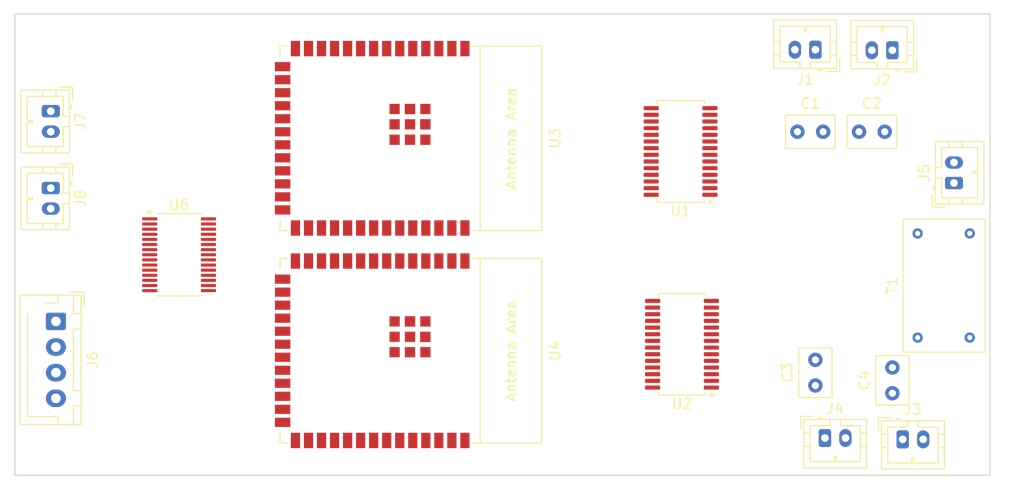
<source format=kicad_pcb>
(kicad_pcb (version 20240108) (generator "pcbnew") (generator_version "8.0")
  (layers (0 "F.Cu" signal) (1 "In1.Cu" signal) (2 "In2.Cu" signal) (31 "B.Cu" signal) (34 "B.Paste" user) (35 "F.Paste" user) (36 "B.SilkS" user "B.Silkscreen") (37 "F.SilkS" user "F.Silkscreen") (38 "B.Mask" user) (39 "F.Mask" user) (44 "Edge.Cuts" user))
  (net 0 "")
  (net 127 "RIGHT_TWEETER")
  (net 128 "AGND")
  (net 129 "LW_OUT")
  (net 130 "LT_OUT")
  (net 131 "RW_OUT")
  (net 132 "RT_OUT")
  (net 133 "SUB_POS")
  (net 134 "SUB_NEG")
  (net 135 "SUBWOOFER")
  (net 136 "GND")
  (net 137 "3V3")
  (net 138 "5V")
  (net 139 "AUDIOGND")
  (net 140 "LEFT")
  (net 141 "RIGHT")
  (net 142 "Net-(U1-OUTL)")
  (net 143 "Net-(U1-OUTR)")
  (net 144 "Net-(U2-OUTL)")
  (net 145 "Net-(U2-OUTR)")
  (footprint "Connector_JST:JST_PH_B2B-PH-K_1x02_P2.00mm_Vertical" (layer "F.Cu") (at 144.9364 66.715 180)
    (property "Reference" "J2" (at 1 -2.9 360) (layer "F.SilkS"))
    (property "Value" "Conn_01x02_Pin")
    (fp_line (start 4.06 2.91) (end 4.06 -1.81) (stroke (width 0.12)) (layer "F.SilkS"))
    (fp_line (start 4.06 0.8) (end 3.45 0.8) (stroke (width 0.12)) (layer "F.SilkS"))
    (fp_line (start 4.06 -0.5) (end 3.45 -0.5) (stroke (width 0.12)) (layer "F.SilkS"))
    (fp_line (start 4.06 -1.81) (end -2.06 -1.81) (stroke (width 0.12)) (layer "F.SilkS"))
    (fp_line (start 3.45 2.3) (end 3.45 -1.2) (stroke (width 0.12)) (layer "F.SilkS"))
    (fp_line (start 3.45 -1.2) (end 1.5 -1.2) (stroke (width 0.12)) (layer "F.SilkS"))
    (fp_line (start 1.5 -1.2) (end 1.5 -1.81) (stroke (width 0.12)) (layer "F.SilkS"))
    (fp_line (start 1.1 1.8) (end 1.1 2.3) (stroke (width 0.12)) (layer "F.SilkS"))
    (fp_line (start 1 2.3) (end 1 1.8) (stroke (width 0.12)) (layer "F.SilkS"))
    (fp_line (start 0.9 2.3) (end 0.9 1.8) (stroke (width 0.12)) (layer "F.SilkS"))
    (fp_line (start 0.9 1.8) (end 1.1 1.8) (stroke (width 0.12)) (layer "F.SilkS"))
    (fp_line (start 0.5 -1.2) (end -1.45 -1.2) (stroke (width 0.12)) (layer "F.SilkS"))
    (fp_line (start 0.5 -1.81) (end 0.5 -1.2) (stroke (width 0.12)) (layer "F.SilkS"))
    (fp_line (start -0.3 -1.81) (end -0.3 -2.01) (stroke (width 0.12)) (layer "F.SilkS"))
    (fp_line (start -0.3 -1.91) (end -0.6 -1.91) (stroke (width 0.12)) (layer "F.SilkS"))
    (fp_line (start -0.3 -2.01) (end -0.6 -2.01) (stroke (width 0.12)) (layer "F.SilkS"))
    (fp_line (start -0.6 -2.01) (end -0.6 -1.81) (stroke (width 0.12)) (layer "F.SilkS"))
    (fp_line (start -1.11 -2.11) (end -2.36 -2.11) (stroke (width 0.12)) (layer "F.SilkS"))
    (fp_line (start -1.45 2.3) (end 3.45 2.3) (stroke (width 0.12)) (layer "F.SilkS"))
    (fp_line (start -1.45 -1.2) (end -1.45 2.3) (stroke (width 0.12)) (layer "F.SilkS"))
    (fp_line (start -2.06 2.91) (end 4.06 2.91) (stroke (width 0.12)) (layer "F.SilkS"))
    (fp_line (start -2.06 0.8) (end -1.45 0.8) (stroke (width 0.12)) (layer "F.SilkS"))
    (fp_line (start -2.06 -0.5) (end -1.45 -0.5) (stroke (width 0.12)) (layer "F.SilkS"))
    (fp_line (start -2.06 -1.81) (end -2.06 2.91) (stroke (width 0.12)) (layer "F.SilkS"))
    (fp_line (start -2.36 -2.11) (end -2.36 -0.86) (stroke (width 0.12)) (layer "F.SilkS"))
    (pad "1" thru_hole roundrect (at 0 0 180) (size 1.2 1.75) (drill 0.75) (layers "*.Cu" "*.Mask") (roundrect_rratio 0.208333) (net 128 "AGND"))
    (pad "2" thru_hole oval (at 2 0 180) (size 1.2 1.75) (drill 0.75) (layers "*.Cu" "*.Mask") (net 130 "LT_OUT"))
  )
  (footprint "Package_SO:TSSOP-28_4.4x9.7mm_P0.65mm" (layer "F.Cu") (at 124.4364 95.39 180)
    (property "Reference" "U2" (at 0 -5.8 360) (layer "F.SilkS"))
    (property "Value" "PCM5122PW")
    (fp_line (start 2.31 4.96) (end 2.31 4.685) (stroke (width 0.12)) (layer "F.SilkS"))
    (fp_line (start 2.31 -4.96) (end 2.31 -4.685) (stroke (width 0.12)) (layer "F.SilkS"))
    (fp_line (start 0 4.96) (end 2.31 4.96) (stroke (width 0.12)) (layer "F.SilkS"))
    (fp_line (start 0 4.96) (end -2.31 4.96) (stroke (width 0.12)) (layer "F.SilkS"))
    (fp_line (start 0 -4.96) (end 2.31 -4.96) (stroke (width 0.12)) (layer "F.SilkS"))
    (fp_line (start 0 -4.96) (end -2.31 -4.96) (stroke (width 0.12)) (layer "F.SilkS"))
    (fp_line (start -2.31 4.96) (end -2.31 4.685) (stroke (width 0.12)) (layer "F.SilkS"))
    (fp_line (start -2.31 -4.96) (end -2.31 -4.685) (stroke (width 0.12)) (layer "F.SilkS"))
    (fp_poly (pts (xy -2.9 -4.685) (xy -3.14 -5.015) (xy -2.66 -5.015) (xy -2.9 -4.685)) (stroke (width 0.12)) (fill solid) (layer "F.SilkS"))
    (pad "1" smd roundrect (at -2.8625 -4.225 180) (size 1.475 0.4) (layers "F.Cu" "F.Paste" "F.Mask"))
    (pad "2" smd roundrect (at -2.8625 -3.575 180) (size 1.475 0.4) (layers "F.Cu" "F.Paste" "F.Mask"))
    (pad "3" smd roundrect (at -2.8625 -2.925 180) (size 1.475 0.4) (layers "F.Cu" "F.Paste" "F.Mask"))
    (pad "4" smd roundrect (at -2.8625 -2.275 180) (size 1.475 0.4) (layers "F.Cu" "F.Paste" "F.Mask"))
    (pad "5" smd roundrect (at -2.8625 -1.625 180) (size 1.475 0.4) (layers "F.Cu" "F.Paste" "F.Mask"))
    (pad "6" smd roundrect (at -2.8625 -0.975 180) (size 1.475 0.4) (layers "F.Cu" "F.Paste" "F.Mask") (net 144 "Net-(U2-OUTL)"))
    (pad "7" smd roundrect (at -2.8625 -0.325 180) (size 1.475 0.4) (layers "F.Cu" "F.Paste" "F.Mask") (net 145 "Net-(U2-OUTR)"))
    (pad "8" smd roundrect (at -2.8625 0.325 180) (size 1.475 0.4) (layers "F.Cu" "F.Paste" "F.Mask"))
    (pad "9" smd roundrect (at -2.8625 0.975 180) (size 1.475 0.4) (layers "F.Cu" "F.Paste" "F.Mask"))
    (pad "10" smd roundrect (at -2.8625 1.625 180) (size 1.475 0.4) (layers "F.Cu" "F.Paste" "F.Mask"))
    (pad "11" smd roundrect (at -2.8625 2.275 180) (size 1.475 0.4) (layers "F.Cu" "F.Paste" "F.Mask"))
    (pad "12" smd roundrect (at -2.8625 2.925 180) (size 1.475 0.4) (layers "F.Cu" "F.Paste" "F.Mask"))
    (pad "13" smd roundrect (at -2.8625 3.575 180) (size 1.475 0.4) (layers "F.Cu" "F.Paste" "F.Mask"))
    (pad "14" smd roundrect (at -2.8625 4.225 180) (size 1.475 0.4) (layers "F.Cu" "F.Paste" "F.Mask"))
    (pad "15" smd roundrect (at 2.8625 4.225 180) (size 1.475 0.4) (layers "F.Cu" "F.Paste" "F.Mask"))
    (pad "16" smd roundrect (at 2.8625 3.575 180) (size 1.475 0.4) (layers "F.Cu" "F.Paste" "F.Mask"))
    (pad "17" smd roundrect (at 2.8625 2.925 180) (size 1.475 0.4) (layers "F.Cu" "F.Paste" "F.Mask"))
    (pad "18" smd roundrect (at 2.8625 2.275 180) (size 1.475 0.4) (layers "F.Cu" "F.Paste" "F.Mask"))
    (pad "19" smd roundrect (at 2.8625 1.625 180) (size 1.475 0.4) (layers "F.Cu" "F.Paste" "F.Mask"))
    (pad "20" smd roundrect (at 2.8625 0.975 180) (size 1.475 0.4) (layers "F.Cu" "F.Paste" "F.Mask"))
    (pad "21" smd roundrect (at 2.8625 0.325 180) (size 1.475 0.4) (layers "F.Cu" "F.Paste" "F.Mask"))
    (pad "22" smd roundrect (at 2.8625 -0.325 180) (size 1.475 0.4) (layers "F.Cu" "F.Paste" "F.Mask"))
    (pad "23" smd roundrect (at 2.8625 -0.975 180) (size 1.475 0.4) (layers "F.Cu" "F.Paste" "F.Mask"))
    (pad "24" smd roundrect (at 2.8625 -1.625 180) (size 1.475 0.4) (layers "F.Cu" "F.Paste" "F.Mask"))
    (pad "25" smd roundrect (at 2.8625 -2.275 180) (size 1.475 0.4) (layers "F.Cu" "F.Paste" "F.Mask"))
    (pad "26" smd roundrect (at 2.8625 -2.925 180) (size 1.475 0.4) (layers "F.Cu" "F.Paste" "F.Mask"))
    (pad "27" smd roundrect (at 2.8625 -3.575 180) (size 1.475 0.4) (layers "F.Cu" "F.Paste" "F.Mask"))
    (pad "28" smd roundrect (at 2.8625 -4.225 180) (size 1.475 0.4) (layers "F.Cu" "F.Paste" "F.Mask"))
  )
  (footprint "Connector_JST:JST_PH_B2B-PH-K_1x02_P2.00mm_Vertical" (layer "F.Cu") (at 62.9364 72.665 -90)
    (property "Reference" "J7" (at 1 -2.9 90) (layer "F.SilkS"))
    (property "Value" "Conn_01x02_Pin")
    (fp_line (start -2.06 2.91) (end 4.06 2.91) (stroke (width 0.12)) (layer "F.SilkS"))
    (fp_line (start 4.06 2.91) (end 4.06 -1.81) (stroke (width 0.12)) (layer "F.SilkS"))
    (fp_line (start -1.45 2.3) (end 3.45 2.3) (stroke (width 0.12)) (layer "F.SilkS"))
    (fp_line (start 0.9 2.3) (end 0.9 1.8) (stroke (width 0.12)) (layer "F.SilkS"))
    (fp_line (start 1 2.3) (end 1 1.8) (stroke (width 0.12)) (layer "F.SilkS"))
    (fp_line (start 3.45 2.3) (end 3.45 -1.2) (stroke (width 0.12)) (layer "F.SilkS"))
    (fp_line (start 0.9 1.8) (end 1.1 1.8) (stroke (width 0.12)) (layer "F.SilkS"))
    (fp_line (start 1.1 1.8) (end 1.1 2.3) (stroke (width 0.12)) (layer "F.SilkS"))
    (fp_line (start -2.06 0.8) (end -1.45 0.8) (stroke (width 0.12)) (layer "F.SilkS"))
    (fp_line (start 4.06 0.8) (end 3.45 0.8) (stroke (width 0.12)) (layer "F.SilkS"))
    (fp_line (start -2.06 -0.5) (end -1.45 -0.5) (stroke (width 0.12)) (layer "F.SilkS"))
    (fp_line (start 4.06 -0.5) (end 3.45 -0.5) (stroke (width 0.12)) (layer "F.SilkS"))
    (fp_line (start -1.45 -1.2) (end -1.45 2.3) (stroke (width 0.12)) (layer "F.SilkS"))
    (fp_line (start 0.5 -1.2) (end -1.45 -1.2) (stroke (width 0.12)) (layer "F.SilkS"))
    (fp_line (start 1.5 -1.2) (end 1.5 -1.81) (stroke (width 0.12)) (layer "F.SilkS"))
    (fp_line (start 3.45 -1.2) (end 1.5 -1.2) (stroke (width 0.12)) (layer "F.SilkS"))
    (fp_line (start -2.06 -1.81) (end -2.06 2.91) (stroke (width 0.12)) (layer "F.SilkS"))
    (fp_line (start -0.3 -1.81) (end -0.3 -2.01) (stroke (width 0.12)) (layer "F.SilkS"))
    (fp_line (start 0.5 -1.81) (end 0.5 -1.2) (stroke (width 0.12)) (layer "F.SilkS"))
    (fp_line (start 4.06 -1.81) (end -2.06 -1.81) (stroke (width 0.12)) (layer "F.SilkS"))
    (fp_line (start -0.3 -1.91) (end -0.6 -1.91) (stroke (width 0.12)) (layer "F.SilkS"))
    (fp_line (start -0.6 -2.01) (end -0.6 -1.81) (stroke (width 0.12)) (layer "F.SilkS"))
    (fp_line (start -0.3 -2.01) (end -0.6 -2.01) (stroke (width 0.12)) (layer "F.SilkS"))
    (fp_line (start -2.36 -2.11) (end -2.36 -0.86) (stroke (width 0.12)) (layer "F.SilkS"))
    (fp_line (start -1.11 -2.11) (end -2.36 -2.11) (stroke (width 0.12)) (layer "F.SilkS"))
    (pad "1" thru_hole roundrect (at 0 0 270) (size 1.2 1.75) (drill 0.75) (layers "*.Cu" "*.Mask") (roundrect_rratio 0.208333) (net 140 "LEFT"))
    (pad "2" thru_hole oval (at 2 0 270) (size 1.2 1.75) (drill 0.75) (layers "*.Cu" "*.Mask") (net 139 "AUDIOGND"))
  )
  (footprint "Package_SO:TSSOP-28_4.4x9.7mm_P0.65mm" (layer "F.Cu") (at 124.2989 76.59 180)
    (property "Reference" "U1" (at 0 -5.8 360) (layer "F.SilkS"))
    (property "Value" "PCM5122PW")
    (fp_line (start 2.31 4.96) (end 2.31 4.685) (stroke (width 0.12)) (layer "F.SilkS"))
    (fp_line (start 2.31 -4.96) (end 2.31 -4.685) (stroke (width 0.12)) (layer "F.SilkS"))
    (fp_line (start 0 4.96) (end 2.31 4.96) (stroke (width 0.12)) (layer "F.SilkS"))
    (fp_line (start 0 4.96) (end -2.31 4.96) (stroke (width 0.12)) (layer "F.SilkS"))
    (fp_line (start 0 -4.96) (end 2.31 -4.96) (stroke (width 0.12)) (layer "F.SilkS"))
    (fp_line (start 0 -4.96) (end -2.31 -4.96) (stroke (width 0.12)) (layer "F.SilkS"))
    (fp_line (start -2.31 4.96) (end -2.31 4.685) (stroke (width 0.12)) (layer "F.SilkS"))
    (fp_line (start -2.31 -4.96) (end -2.31 -4.685) (stroke (width 0.12)) (layer "F.SilkS"))
    (fp_poly (pts (xy -2.9 -4.685) (xy -3.14 -5.015) (xy -2.66 -5.015) (xy -2.9 -4.685)) (stroke (width 0.12)) (fill solid) (layer "F.SilkS"))
    (pad "1" smd roundrect (at -2.8625 -4.225 180) (size 1.475 0.4) (layers "F.Cu" "F.Paste" "F.Mask"))
    (pad "2" smd roundrect (at -2.8625 -3.575 180) (size 1.475 0.4) (layers "F.Cu" "F.Paste" "F.Mask"))
    (pad "3" smd roundrect (at -2.8625 -2.925 180) (size 1.475 0.4) (layers "F.Cu" "F.Paste" "F.Mask"))
    (pad "4" smd roundrect (at -2.8625 -2.275 180) (size 1.475 0.4) (layers "F.Cu" "F.Paste" "F.Mask"))
    (pad "5" smd roundrect (at -2.8625 -1.625 180) (size 1.475 0.4) (layers "F.Cu" "F.Paste" "F.Mask"))
    (pad "6" smd roundrect (at -2.8625 -0.975 180) (size 1.475 0.4) (layers "F.Cu" "F.Paste" "F.Mask") (net 142 "Net-(U1-OUTL)"))
    (pad "7" smd roundrect (at -2.8625 -0.325 180) (size 1.475 0.4) (layers "F.Cu" "F.Paste" "F.Mask") (net 143 "Net-(U1-OUTR)"))
    (pad "8" smd roundrect (at -2.8625 0.325 180) (size 1.475 0.4) (layers "F.Cu" "F.Paste" "F.Mask"))
    (pad "9" smd roundrect (at -2.8625 0.975 180) (size 1.475 0.4) (layers "F.Cu" "F.Paste" "F.Mask"))
    (pad "10" smd roundrect (at -2.8625 1.625 180) (size 1.475 0.4) (layers "F.Cu" "F.Paste" "F.Mask"))
    (pad "11" smd roundrect (at -2.8625 2.275 180) (size 1.475 0.4) (layers "F.Cu" "F.Paste" "F.Mask"))
    (pad "12" smd roundrect (at -2.8625 2.925 180) (size 1.475 0.4) (layers "F.Cu" "F.Paste" "F.Mask"))
    (pad "13" smd roundrect (at -2.8625 3.575 180) (size 1.475 0.4) (layers "F.Cu" "F.Paste" "F.Mask"))
    (pad "14" smd roundrect (at -2.8625 4.225 180) (size 1.475 0.4) (layers "F.Cu" "F.Paste" "F.Mask"))
    (pad "15" smd roundrect (at 2.8625 4.225 180) (size 1.475 0.4) (layers "F.Cu" "F.Paste" "F.Mask"))
    (pad "16" smd roundrect (at 2.8625 3.575 180) (size 1.475 0.4) (layers "F.Cu" "F.Paste" "F.Mask"))
    (pad "17" smd roundrect (at 2.8625 2.925 180) (size 1.475 0.4) (layers "F.Cu" "F.Paste" "F.Mask"))
    (pad "18" smd roundrect (at 2.8625 2.275 180) (size 1.475 0.4) (layers "F.Cu" "F.Paste" "F.Mask"))
    (pad "19" smd roundrect (at 2.8625 1.625 180) (size 1.475 0.4) (layers "F.Cu" "F.Paste" "F.Mask"))
    (pad "20" smd roundrect (at 2.8625 0.975 180) (size 1.475 0.4) (layers "F.Cu" "F.Paste" "F.Mask"))
    (pad "21" smd roundrect (at 2.8625 0.325 180) (size 1.475 0.4) (layers "F.Cu" "F.Paste" "F.Mask"))
    (pad "22" smd roundrect (at 2.8625 -0.325 180) (size 1.475 0.4) (layers "F.Cu" "F.Paste" "F.Mask"))
    (pad "23" smd roundrect (at 2.8625 -0.975 180) (size 1.475 0.4) (layers "F.Cu" "F.Paste" "F.Mask"))
    (pad "24" smd roundrect (at 2.8625 -1.625 180) (size 1.475 0.4) (layers "F.Cu" "F.Paste" "F.Mask"))
    (pad "25" smd roundrect (at 2.8625 -2.275 180) (size 1.475 0.4) (layers "F.Cu" "F.Paste" "F.Mask"))
    (pad "26" smd roundrect (at 2.8625 -2.925 180) (size 1.475 0.4) (layers "F.Cu" "F.Paste" "F.Mask"))
    (pad "27" smd roundrect (at 2.8625 -3.575 180) (size 1.475 0.4) (layers "F.Cu" "F.Paste" "F.Mask"))
    (pad "28" smd roundrect (at 2.8625 -4.225 180) (size 1.475 0.4) (layers "F.Cu" "F.Paste" "F.Mask"))
  )
  (footprint "Connector_JST:JST_PH_B2B-PH-K_1x02_P2.00mm_Vertical" (layer "F.Cu") (at 62.9364 80.165 -90)
    (property "Reference" "J8" (at 1 -2.9 90) (layer "F.SilkS"))
    (property "Value" "Conn_01x02_Pin")
    (fp_line (start -2.06 2.91) (end 4.06 2.91) (stroke (width 0.12)) (layer "F.SilkS"))
    (fp_line (start 4.06 2.91) (end 4.06 -1.81) (stroke (width 0.12)) (layer "F.SilkS"))
    (fp_line (start -1.45 2.3) (end 3.45 2.3) (stroke (width 0.12)) (layer "F.SilkS"))
    (fp_line (start 0.9 2.3) (end 0.9 1.8) (stroke (width 0.12)) (layer "F.SilkS"))
    (fp_line (start 1 2.3) (end 1 1.8) (stroke (width 0.12)) (layer "F.SilkS"))
    (fp_line (start 3.45 2.3) (end 3.45 -1.2) (stroke (width 0.12)) (layer "F.SilkS"))
    (fp_line (start 0.9 1.8) (end 1.1 1.8) (stroke (width 0.12)) (layer "F.SilkS"))
    (fp_line (start 1.1 1.8) (end 1.1 2.3) (stroke (width 0.12)) (layer "F.SilkS"))
    (fp_line (start -2.06 0.8) (end -1.45 0.8) (stroke (width 0.12)) (layer "F.SilkS"))
    (fp_line (start 4.06 0.8) (end 3.45 0.8) (stroke (width 0.12)) (layer "F.SilkS"))
    (fp_line (start -2.06 -0.5) (end -1.45 -0.5) (stroke (width 0.12)) (layer "F.SilkS"))
    (fp_line (start 4.06 -0.5) (end 3.45 -0.5) (stroke (width 0.12)) (layer "F.SilkS"))
    (fp_line (start -1.45 -1.2) (end -1.45 2.3) (stroke (width 0.12)) (layer "F.SilkS"))
    (fp_line (start 0.5 -1.2) (end -1.45 -1.2) (stroke (width 0.12)) (layer "F.SilkS"))
    (fp_line (start 1.5 -1.2) (end 1.5 -1.81) (stroke (width 0.12)) (layer "F.SilkS"))
    (fp_line (start 3.45 -1.2) (end 1.5 -1.2) (stroke (width 0.12)) (layer "F.SilkS"))
    (fp_line (start -2.06 -1.81) (end -2.06 2.91) (stroke (width 0.12)) (layer "F.SilkS"))
    (fp_line (start -0.3 -1.81) (end -0.3 -2.01) (stroke (width 0.12)) (layer "F.SilkS"))
    (fp_line (start 0.5 -1.81) (end 0.5 -1.2) (stroke (width 0.12)) (layer "F.SilkS"))
    (fp_line (start 4.06 -1.81) (end -2.06 -1.81) (stroke (width 0.12)) (layer "F.SilkS"))
    (fp_line (start -0.3 -1.91) (end -0.6 -1.91) (stroke (width 0.12)) (layer "F.SilkS"))
    (fp_line (start -0.6 -2.01) (end -0.6 -1.81) (stroke (width 0.12)) (layer "F.SilkS"))
    (fp_line (start -0.3 -2.01) (end -0.6 -2.01) (stroke (width 0.12)) (layer "F.SilkS"))
    (fp_line (start -2.36 -2.11) (end -2.36 -0.86) (stroke (width 0.12)) (layer "F.SilkS"))
    (fp_line (start -1.11 -2.11) (end -2.36 -2.11) (stroke (width 0.12)) (layer "F.SilkS"))
    (pad "1" thru_hole roundrect (at 0 0 270) (size 1.2 1.75) (drill 0.75) (layers "*.Cu" "*.Mask") (roundrect_rratio 0.208333) (net 141 "RIGHT"))
    (pad "2" thru_hole oval (at 2 0 270) (size 1.2 1.75) (drill 0.75) (layers "*.Cu" "*.Mask") (net 139 "AUDIOGND"))
  )
  (footprint "Capacitor_THT:C_Rect_L4.6mm_W3.0mm_P2.50mm_MKS02_FKP02" (layer "F.Cu") (at 135.6864 74.665)
    (property "Reference" "C1" (at 1.25 -2.75 0) (layer "F.SilkS"))
    (property "Value" "2.2n")
    (fp_line (start -1.17 -1.62) (end -1.17 1.62) (stroke (width 0.12)) (layer "F.SilkS"))
    (fp_line (start -1.17 -1.62) (end 3.67 -1.62) (stroke (width 0.12)) (layer "F.SilkS"))
    (fp_line (start -1.17 1.62) (end 3.67 1.62) (stroke (width 0.12)) (layer "F.SilkS"))
    (fp_line (start 3.67 -1.62) (end 3.67 1.62) (stroke (width 0.12)) (layer "F.SilkS"))
    (pad "1" thru_hole circle (at 0 0) (size 1.4 1.4) (drill 0.7) (layers "*.Cu" "*.Mask") (net 142 "Net-(U1-OUTL)"))
    (pad "2" thru_hole circle (at 2.5 0) (size 1.4 1.4) (drill 0.7) (layers "*.Cu" "*.Mask") (net 129 "LW_OUT"))
  )
  (footprint "Connector_JST:JST_PH_B2B-PH-K_1x02_P2.00mm_Vertical" (layer "F.Cu") (at 150.9364 79.665 90)
    (property "Reference" "J5" (at 1 -2.9 90) (layer "F.SilkS"))
    (property "Value" "Conn_01x02_Pin")
    (fp_line (start -1.11 -2.11) (end -2.36 -2.11) (stroke (width 0.12)) (layer "F.SilkS"))
    (fp_line (start -2.36 -2.11) (end -2.36 -0.86) (stroke (width 0.12)) (layer "F.SilkS"))
    (fp_line (start -0.3 -2.01) (end -0.6 -2.01) (stroke (width 0.12)) (layer "F.SilkS"))
    (fp_line (start -0.6 -2.01) (end -0.6 -1.81) (stroke (width 0.12)) (layer "F.SilkS"))
    (fp_line (start -0.3 -1.91) (end -0.6 -1.91) (stroke (width 0.12)) (layer "F.SilkS"))
    (fp_line (start 4.06 -1.81) (end -2.06 -1.81) (stroke (width 0.12)) (layer "F.SilkS"))
    (fp_line (start 0.5 -1.81) (end 0.5 -1.2) (stroke (width 0.12)) (layer "F.SilkS"))
    (fp_line (start -0.3 -1.81) (end -0.3 -2.01) (stroke (width 0.12)) (layer "F.SilkS"))
    (fp_line (start -2.06 -1.81) (end -2.06 2.91) (stroke (width 0.12)) (layer "F.SilkS"))
    (fp_line (start 3.45 -1.2) (end 1.5 -1.2) (stroke (width 0.12)) (layer "F.SilkS"))
    (fp_line (start 1.5 -1.2) (end 1.5 -1.81) (stroke (width 0.12)) (layer "F.SilkS"))
    (fp_line (start 0.5 -1.2) (end -1.45 -1.2) (stroke (width 0.12)) (layer "F.SilkS"))
    (fp_line (start -1.45 -1.2) (end -1.45 2.3) (stroke (width 0.12)) (layer "F.SilkS"))
    (fp_line (start 4.06 -0.5) (end 3.45 -0.5) (stroke (width 0.12)) (layer "F.SilkS"))
    (fp_line (start -2.06 -0.5) (end -1.45 -0.5) (stroke (width 0.12)) (layer "F.SilkS"))
    (fp_line (start 4.06 0.8) (end 3.45 0.8) (stroke (width 0.12)) (layer "F.SilkS"))
    (fp_line (start -2.06 0.8) (end -1.45 0.8) (stroke (width 0.12)) (layer "F.SilkS"))
    (fp_line (start 1.1 1.8) (end 1.1 2.3) (stroke (width 0.12)) (layer "F.SilkS"))
    (fp_line (start 0.9 1.8) (end 1.1 1.8) (stroke (width 0.12)) (layer "F.SilkS"))
    (fp_line (start 3.45 2.3) (end 3.45 -1.2) (stroke (width 0.12)) (layer "F.SilkS"))
    (fp_line (start 1 2.3) (end 1 1.8) (stroke (width 0.12)) (layer "F.SilkS"))
    (fp_line (start 0.9 2.3) (end 0.9 1.8) (stroke (width 0.12)) (layer "F.SilkS"))
    (fp_line (start -1.45 2.3) (end 3.45 2.3) (stroke (width 0.12)) (layer "F.SilkS"))
    (fp_line (start 4.06 2.91) (end 4.06 -1.81) (stroke (width 0.12)) (layer "F.SilkS"))
    (fp_line (start -2.06 2.91) (end 4.06 2.91) (stroke (width 0.12)) (layer "F.SilkS"))
    (pad "1" thru_hole roundrect (at 0 0 90) (size 1.2 1.75) (drill 0.75) (layers "*.Cu" "*.Mask") (roundrect_rratio 0.208333) (net 133 "SUB_POS"))
    (pad "2" thru_hole oval (at 2 0 90) (size 1.2 1.75) (drill 0.75) (layers "*.Cu" "*.Mask") (net 134 "SUB_NEG"))
  )
  (footprint "PCM_Espressif:ESP32-S3-WROOM-2" (layer "F.Cu") (at 95.0264 75.305 -90)
    (property "Reference" "U3" (at 0 -17.05 90) (layer "F.SilkS"))
    (property "Value" "ESP32-S3-WROOM-2")
    (fp_line (start -9 9.75) (end -8 9.75) (stroke (width 0.12)) (layer "F.SilkS"))
    (fp_line (start 9 9.75) (end 8 9.75) (stroke (width 0.12)) (layer "F.SilkS"))
    (fp_line (start -9 9) (end -9 9.75) (stroke (width 0.12)) (layer "F.SilkS"))
    (fp_line (start 9 9) (end 9 9.75) (stroke (width 0.12)) (layer "F.SilkS"))
    (fp_line (start 9 -9.75) (end -9 -9.75) (stroke (width 0.12)) (layer "F.SilkS"))
    (fp_line (start -9 -15.75) (end -9 -9) (stroke (width 0.12)) (layer "F.SilkS"))
    (fp_line (start -9 -15.75) (end 9 -15.75) (stroke (width 0.12)) (layer "F.SilkS"))
    (fp_line (start 9 -15.75) (end 9 -9) (stroke (width 0.12)) (layer "F.SilkS"))
    (fp_text user "Antenna Area" (at 0 -12.75 90) (layer "F.SilkS"))
    (pad "1" smd rect (at -8.75 -8.26 270) (size 1.5 0.9) (layers "F.Cu" "F.Paste" "F.Mask") (net 136 "GND"))
    (pad "2" smd rect (at -8.75 -6.99 270) (size 1.5 0.9) (layers "F.Cu" "F.Paste" "F.Mask") (net 137 "3V3"))
    (pad "3" smd rect (at -8.75 -5.72 270) (size 1.5 0.9) (layers "F.Cu" "F.Paste" "F.Mask"))
    (pad "4" smd rect (at -8.75 -4.45 270) (size 1.5 0.9) (layers "F.Cu" "F.Paste" "F.Mask"))
    (pad "5" smd rect (at -8.75 -3.18 270) (size 1.5 0.9) (layers "F.Cu" "F.Paste" "F.Mask"))
    (pad "6" smd rect (at -8.75 -1.91 270) (size 1.5 0.9) (layers "F.Cu" "F.Paste" "F.Mask"))
    (pad "7" smd rect (at -8.75 -0.64 270) (size 1.5 0.9) (layers "F.Cu" "F.Paste" "F.Mask"))
    (pad "8" smd rect (at -8.75 0.63 270) (size 1.5 0.9) (layers "F.Cu" "F.Paste" "F.Mask"))
    (pad "9" smd rect (at -8.75 1.9 270) (size 1.5 0.9) (layers "F.Cu" "F.Paste" "F.Mask"))
    (pad "10" smd rect (at -8.75 3.17 270) (size 1.5 0.9) (layers "F.Cu" "F.Paste" "F.Mask"))
    (pad "11" smd rect (at -8.75 4.44 270) (size 1.5 0.9) (layers "F.Cu" "F.Paste" "F.Mask"))
    (pad "12" smd rect (at -8.75 5.71 270) (size 1.5 0.9) (layers "F.Cu" "F.Paste" "F.Mask"))
    (pad "13" smd rect (at -8.75 6.98 270) (size 1.5 0.9) (layers "F.Cu" "F.Paste" "F.Mask"))
    (pad "14" smd rect (at -8.75 8.25 270) (size 1.5 0.9) (layers "F.Cu" "F.Paste" "F.Mask"))
    (pad "15" smd rect (at -6.985 9.5) (size 1.5 0.9) (layers "F.Cu" "F.Paste" "F.Mask"))
    (pad "16" smd rect (at -5.715 9.5) (size 1.5 0.9) (layers "F.Cu" "F.Paste" "F.Mask"))
    (pad "17" smd rect (at -4.445 9.5) (size 1.5 0.9) (layers "F.Cu" "F.Paste" "F.Mask"))
    (pad "18" smd rect (at -3.175 9.5) (size 1.5 0.9) (layers "F.Cu" "F.Paste" "F.Mask"))
    (pad "19" smd rect (at -1.905 9.5) (size 1.5 0.9) (layers "F.Cu" "F.Paste" "F.Mask"))
    (pad "20" smd rect (at -0.635 9.5) (size 1.5 0.9) (layers "F.Cu" "F.Paste" "F.Mask"))
    (pad "21" smd rect (at 0.635 9.5) (size 1.5 0.9) (layers "F.Cu" "F.Paste" "F.Mask"))
    (pad "22" smd rect (at 1.905 9.5) (size 1.5 0.9) (layers "F.Cu" "F.Paste" "F.Mask"))
    (pad "23" smd rect (at 3.175 9.5) (size 1.5 0.9) (layers "F.Cu" "F.Paste" "F.Mask"))
    (pad "24" smd rect (at 4.445 9.5) (size 1.5 0.9) (layers "F.Cu" "F.Paste" "F.Mask"))
    (pad "25" smd rect (at 5.715 9.5) (size 1.5 0.9) (layers "F.Cu" "F.Paste" "F.Mask"))
    (pad "26" smd rect (at 6.985 9.5) (size 1.5 0.9) (layers "F.Cu" "F.Paste" "F.Mask"))
    (pad "27" smd rect (at 8.75 8.25 90) (size 1.5 0.9) (layers "F.Cu" "F.Paste" "F.Mask"))
    (pad "28" smd rect (at 8.75 6.98 90) (size 1.5 0.9) (layers "F.Cu" "F.Paste" "F.Mask"))
    (pad "29" smd rect (at 8.75 5.71 90) (size 1.5 0.9) (layers "F.Cu" "F.Paste" "F.Mask"))
    (pad "30" smd rect (at 8.75 4.44 90) (size 1.5 0.9) (layers "F.Cu" "F.Paste" "F.Mask"))
    (pad "31" smd rect (at 8.75 3.17 90) (size 1.5 0.9) (layers "F.Cu" "F.Paste" "F.Mask"))
    (pad "32" smd rect (at 8.75 1.9 90) (size 1.5 0.9) (layers "F.Cu" "F.Paste" "F.Mask"))
    (pad "33" smd rect (at 8.75 0.63 90) (size 1.5 0.9) (layers "F.Cu" "F.Paste" "F.Mask"))
    (pad "34" smd rect (at 8.75 -0.64 90) (size 1.5 0.9) (layers "F.Cu" "F.Paste" "F.Mask"))
    (pad "35" smd rect (at 8.75 -1.91 90) (size 1.5 0.9) (layers "F.Cu" "F.Paste" "F.Mask"))
    (pad "36" smd rect (at 8.75 -3.18 90) (size 1.5 0.9) (layers "F.Cu" "F.Paste" "F.Mask"))
    (pad "37" smd rect (at 8.75 -4.45 90) (size 1.5 0.9) (layers "F.Cu" "F.Paste" "F.Mask"))
    (pad "38" smd rect (at 8.75 -5.72 90) (size 1.5 0.9) (layers "F.Cu" "F.Paste" "F.Mask"))
    (pad "39" smd rect (at 8.75 -6.99 90) (size 1.5 0.9) (layers "F.Cu" "F.Paste" "F.Mask"))
    (pad "40" smd rect (at 8.75 -8.26 90) (size 1.5 0.9) (layers "F.Cu" "F.Paste" "F.Mask") (net 136 "GND"))
    (pad "41" smd rect (at -2.86 -4.41 90) (size 1 1) (layers "F.Cu" "F.Paste" "F.Mask") (net 136 "GND"))
    (pad "41" smd rect (at -2.86 -2.91 90) (size 1 1) (layers "F.Cu" "F.Paste" "F.Mask") (net 136 "GND"))
    (pad "41" smd rect (at -2.86 -2.91 90) (size 1 1) (layers "F.Cu" "F.Paste" "F.Mask") (net 136 "GND"))
    (pad "41" smd rect (at -2.86 -1.41 90) (size 1 1) (layers "F.Cu" "F.Paste" "F.Mask") (net 136 "GND"))
    (pad "41" smd rect (at -1.36 -4.41 90) (size 1 1) (layers "F.Cu" "F.Paste" "F.Mask") (net 136 "GND"))
    (pad "41" smd rect (at -1.36 -4.41 90) (size 1 1) (layers "F.Cu" "F.Paste" "F.Mask") (net 136 "GND"))
    (pad "41" smd rect (at -1.36 -2.91 90) (size 1 1) (layers "F.Cu" "F.Paste" "F.Mask") (net 136 "GND"))
    (pad "41" smd rect (at -1.36 -1.41 90) (size 1 1) (layers "F.Cu" "F.Paste" "F.Mask") (net 136 "GND"))
    (pad "41" smd rect (at 0.14 -4.41 90) (size 1 1) (layers "F.Cu" "F.Paste" "F.Mask") (net 136 "GND"))
    (pad "41" smd rect (at 0.14 -2.91 90) (size 1 1) (layers "F.Cu" "F.Paste" "F.Mask") (net 136 "GND"))
    (pad "41" smd rect (at 0.14 -1.41 90) (size 1 1) (layers "F.Cu" "F.Paste" "F.Mask") (net 136 "GND"))
  )
  (footprint "Connector_JST:JST_PH_B2B-PH-K_1x02_P2.00mm_Vertical" (layer "F.Cu") (at 137.4364 66.665 180)
    (property "Reference" "J1" (at 1 -2.9 360) (layer "F.SilkS"))
    (property "Value" "Conn_01x02_Pin")
    (fp_line (start 4.06 2.91) (end 4.06 -1.81) (stroke (width 0.12)) (layer "F.SilkS"))
    (fp_line (start 4.06 0.8) (end 3.45 0.8) (stroke (width 0.12)) (layer "F.SilkS"))
    (fp_line (start 4.06 -0.5) (end 3.45 -0.5) (stroke (width 0.12)) (layer "F.SilkS"))
    (fp_line (start 4.06 -1.81) (end -2.06 -1.81) (stroke (width 0.12)) (layer "F.SilkS"))
    (fp_line (start 3.45 2.3) (end 3.45 -1.2) (stroke (width 0.12)) (layer "F.SilkS"))
    (fp_line (start 3.45 -1.2) (end 1.5 -1.2) (stroke (width 0.12)) (layer "F.SilkS"))
    (fp_line (start 1.5 -1.2) (end 1.5 -1.81) (stroke (width 0.12)) (layer "F.SilkS"))
    (fp_line (start 1.1 1.8) (end 1.1 2.3) (stroke (width 0.12)) (layer "F.SilkS"))
    (fp_line (start 1 2.3) (end 1 1.8) (stroke (width 0.12)) (layer "F.SilkS"))
    (fp_line (start 0.9 2.3) (end 0.9 1.8) (stroke (width 0.12)) (layer "F.SilkS"))
    (fp_line (start 0.9 1.8) (end 1.1 1.8) (stroke (width 0.12)) (layer "F.SilkS"))
    (fp_line (start 0.5 -1.2) (end -1.45 -1.2) (stroke (width 0.12)) (layer "F.SilkS"))
    (fp_line (start 0.5 -1.81) (end 0.5 -1.2) (stroke (width 0.12)) (layer "F.SilkS"))
    (fp_line (start -0.3 -1.81) (end -0.3 -2.01) (stroke (width 0.12)) (layer "F.SilkS"))
    (fp_line (start -0.3 -1.91) (end -0.6 -1.91) (stroke (width 0.12)) (layer "F.SilkS"))
    (fp_line (start -0.3 -2.01) (end -0.6 -2.01) (stroke (width 0.12)) (layer "F.SilkS"))
    (fp_line (start -0.6 -2.01) (end -0.6 -1.81) (stroke (width 0.12)) (layer "F.SilkS"))
    (fp_line (start -1.11 -2.11) (end -2.36 -2.11) (stroke (width 0.12)) (layer "F.SilkS"))
    (fp_line (start -1.45 2.3) (end 3.45 2.3) (stroke (width 0.12)) (layer "F.SilkS"))
    (fp_line (start -1.45 -1.2) (end -1.45 2.3) (stroke (width 0.12)) (layer "F.SilkS"))
    (fp_line (start -2.06 2.91) (end 4.06 2.91) (stroke (width 0.12)) (layer "F.SilkS"))
    (fp_line (start -2.06 0.8) (end -1.45 0.8) (stroke (width 0.12)) (layer "F.SilkS"))
    (fp_line (start -2.06 -0.5) (end -1.45 -0.5) (stroke (width 0.12)) (layer "F.SilkS"))
    (fp_line (start -2.06 -1.81) (end -2.06 2.91) (stroke (width 0.12)) (layer "F.SilkS"))
    (fp_line (start -2.36 -2.11) (end -2.36 -0.86) (stroke (width 0.12)) (layer "F.SilkS"))
    (pad "1" thru_hole roundrect (at 0 0 180) (size 1.2 1.75) (drill 0.75) (layers "*.Cu" "*.Mask") (roundrect_rratio 0.208333) (net 128 "AGND"))
    (pad "2" thru_hole oval (at 2 0 180) (size 1.2 1.75) (drill 0.75) (layers "*.Cu" "*.Mask") (net 129 "LW_OUT"))
  )
  (footprint "Connector_JST:JST_XH_B4B-XH-AM_1x04_P2.50mm_Vertical" (layer "F.Cu") (at 63.4364 93.165 -90)
    (property "Reference" "J6" (at 3.75 -3.55 90) (layer "F.SilkS"))
    (property "Value" "Conn_01x04_Pin")
    (fp_line (start -2.56 3.51) (end 10.06 3.51) (stroke (width 0.12)) (layer "F.SilkS"))
    (fp_line (start 10.06 3.51) (end 10.06 -2.46) (stroke (width 0.12)) (layer "F.SilkS"))
    (fp_line (start 3.75 2.75) (end -0.74 2.75) (stroke (width 0.12)) (layer "F.SilkS"))
    (fp_line (start 9.3 2.75) (end 3.75 2.75) (stroke (width 0.12)) (layer "F.SilkS"))
    (fp_line (start -2.55 -0.2) (end -1.8 -0.2) (stroke (width 0.12)) (layer "F.SilkS"))
    (fp_line (start -1.8 -0.2) (end -1.8 1.14) (stroke (width 0.12)) (layer "F.SilkS"))
    (fp_line (start 9.3 -0.2) (end 9.3 2.75) (stroke (width 0.12)) (layer "F.SilkS"))
    (fp_line (start 10.05 -0.2) (end 9.3 -0.2) (stroke (width 0.12)) (layer "F.SilkS"))
    (fp_line (start -2.55 -1.7) (end -0.75 -1.7) (stroke (width 0.12)) (layer "F.SilkS"))
    (fp_line (start -0.75 -1.7) (end -0.75 -2.45) (stroke (width 0.12)) (layer "F.SilkS"))
    (fp_line (start 0.75 -1.7) (end 6.75 -1.7) (stroke (width 0.12)) (layer "F.SilkS"))
    (fp_line (start 6.75 -1.7) (end 6.75 -2.45) (stroke (width 0.12)) (layer "F.SilkS"))
    (fp_line (start 8.25 -1.7) (end 10.05 -1.7) (stroke (width 0.12)) (layer "F.SilkS"))
    (fp_line (start 10.05 -1.7) (end 10.05 -2.45) (stroke (width 0.12)) (layer "F.SilkS"))
    (fp_line (start -2.55 -2.45) (end -2.55 -1.7) (stroke (width 0.12)) (layer "F.SilkS"))
    (fp_line (start -0.75 -2.45) (end -2.55 -2.45) (stroke (width 0.12)) (layer "F.SilkS"))
    (fp_line (start 0.75 -2.45) (end 0.75 -1.7) (stroke (width 0.12)) (layer "F.SilkS"))
    (fp_line (start 6.75 -2.45) (end 0.75 -2.45) (stroke (width 0.12)) (layer "F.SilkS"))
    (fp_line (start 8.25 -2.45) (end 8.25 -1.7) (stroke (width 0.12)) (layer "F.SilkS"))
    (fp_line (start 10.05 -2.45) (end 8.25 -2.45) (stroke (width 0.12)) (layer "F.SilkS"))
    (fp_line (start -2.56 -2.46) (end -2.56 3.51) (stroke (width 0.12)) (layer "F.SilkS"))
    (fp_line (start 10.06 -2.46) (end -2.56 -2.46) (stroke (width 0.12)) (layer "F.SilkS"))
    (fp_line (start -2.85 -2.75) (end -2.85 -1.5) (stroke (width 0.12)) (layer "F.SilkS"))
    (fp_line (start -1.6 -2.75) (end -2.85 -2.75) (stroke (width 0.12)) (layer "F.SilkS"))
    (pad "" np_thru_hole circle (at -1.6 2 270) (size 1.2 1.2) (drill 1.2) (layers "*.Cu" "*.Mask"))
    (pad "1" thru_hole roundrect (at 0 0 270) (size 1.7 1.95) (drill 0.95) (layers "*.Cu" "*.Mask") (roundrect_rratio 0.147059) (net 136 "GND"))
    (pad "2" thru_hole oval (at 2.5 0 270) (size 1.7 1.95) (drill 0.95) (layers "*.Cu" "*.Mask") (net 137 "3V3"))
    (pad "3" thru_hole oval (at 5 0 270) (size 1.7 1.95) (drill 0.95) (layers "*.Cu" "*.Mask") (net 136 "GND"))
    (pad "4" thru_hole oval (at 7.5 0 270) (size 1.7 1.95) (drill 0.95) (layers "*.Cu" "*.Mask") (net 138 "5V"))
  )
  (footprint "Custom:DA101C" (layer "F.Cu") (at 149.9364 89.665 90)
    (property "Reference" "T1" (at 0 -5 90) (layer "F.SilkS"))
    (property "Value" "Transformer_1P_1S")
    (fp_line (start 6.5 -3.96) (end -6.5 -3.96) (stroke (width 0.12)) (layer "F.SilkS"))
    (fp_line (start -6.5 -3.96) (end -6.5 4.04) (stroke (width 0.12)) (layer "F.SilkS"))
    (fp_line (start 6.5 4.04) (end 6.5 -3.96) (stroke (width 0.12)) (layer "F.SilkS"))
    (fp_line (start -6.5 4.04) (end 6.5 4.04) (stroke (width 0.12)) (layer "F.SilkS"))
    (pad "1" thru_hole circle (at -5.08 -2.54 90) (size 1 1) (drill 0.5) (layers "*.Cu" "*.Mask") (net 135 "SUBWOOFER"))
    (pad "2" thru_hole circle (at -5.08 2.54 90) (size 1 1) (drill 0.5) (layers "*.Cu" "*.Mask") (net 128 "AGND"))
    (pad "3" thru_hole circle (at 5.08 2.54 90) (size 1 1) (drill 0.5) (layers "*.Cu" "*.Mask") (net 134 "SUB_NEG"))
    (pad "4" thru_hole circle (at 5.08 -2.54 90) (size 1 1) (drill 0.5) (layers "*.Cu" "*.Mask") (net 133 "SUB_POS"))
  )
  (footprint "Capacitor_THT:C_Rect_L4.6mm_W3.0mm_P2.50mm_MKS02_FKP02" (layer "F.Cu") (at 144.9364 100.165 90)
    (property "Reference" "C4" (at 1.25 -2.75 90) (layer "F.SilkS"))
    (property "Value" "2.2n")
    (fp_line (start 3.67 -1.62) (end 3.67 1.62) (stroke (width 0.12)) (layer "F.SilkS"))
    (fp_line (start -1.17 -1.62) (end 3.67 -1.62) (stroke (width 0.12)) (layer "F.SilkS"))
    (fp_line (start -1.17 -1.62) (end -1.17 1.62) (stroke (width 0.12)) (layer "F.SilkS"))
    (fp_line (start -1.17 1.62) (end 3.67 1.62) (stroke (width 0.12)) (layer "F.SilkS"))
    (pad "1" thru_hole circle (at 0 0 90) (size 1.4 1.4) (drill 0.7) (layers "*.Cu" "*.Mask") (net 145 "Net-(U2-OUTR)"))
    (pad "2" thru_hole circle (at 2.5 0 90) (size 1.4 1.4) (drill 0.7) (layers "*.Cu" "*.Mask") (net 127 "RIGHT_TWEETER"))
  )
  (footprint "Connector_JST:JST_PH_B2B-PH-K_1x02_P2.00mm_Vertical" (layer "F.Cu") (at 145.9364 104.665)
    (property "Reference" "J3" (at 1 -2.9 360) (layer "F.SilkS"))
    (property "Value" "Conn_01x02_Pin")
    (fp_line (start -2.36 -2.11) (end -2.36 -0.86) (stroke (width 0.12)) (layer "F.SilkS"))
    (fp_line (start -2.06 -1.81) (end -2.06 2.91) (stroke (width 0.12)) (layer "F.SilkS"))
    (fp_line (start -2.06 -0.5) (end -1.45 -0.5) (stroke (width 0.12)) (layer "F.SilkS"))
    (fp_line (start -2.06 0.8) (end -1.45 0.8) (stroke (width 0.12)) (layer "F.SilkS"))
    (fp_line (start -2.06 2.91) (end 4.06 2.91) (stroke (width 0.12)) (layer "F.SilkS"))
    (fp_line (start -1.45 -1.2) (end -1.45 2.3) (stroke (width 0.12)) (layer "F.SilkS"))
    (fp_line (start -1.45 2.3) (end 3.45 2.3) (stroke (width 0.12)) (layer "F.SilkS"))
    (fp_line (start -1.11 -2.11) (end -2.36 -2.11) (stroke (width 0.12)) (layer "F.SilkS"))
    (fp_line (start -0.6 -2.01) (end -0.6 -1.81) (stroke (width 0.12)) (layer "F.SilkS"))
    (fp_line (start -0.3 -2.01) (end -0.6 -2.01) (stroke (width 0.12)) (layer "F.SilkS"))
    (fp_line (start -0.3 -1.91) (end -0.6 -1.91) (stroke (width 0.12)) (layer "F.SilkS"))
    (fp_line (start -0.3 -1.81) (end -0.3 -2.01) (stroke (width 0.12)) (layer "F.SilkS"))
    (fp_line (start 0.5 -1.81) (end 0.5 -1.2) (stroke (width 0.12)) (layer "F.SilkS"))
    (fp_line (start 0.5 -1.2) (end -1.45 -1.2) (stroke (width 0.12)) (layer "F.SilkS"))
    (fp_line (start 0.9 1.8) (end 1.1 1.8) (stroke (width 0.12)) (layer "F.SilkS"))
    (fp_line (start 0.9 2.3) (end 0.9 1.8) (stroke (width 0.12)) (layer "F.SilkS"))
    (fp_line (start 1 2.3) (end 1 1.8) (stroke (width 0.12)) (layer "F.SilkS"))
    (fp_line (start 1.1 1.8) (end 1.1 2.3) (stroke (width 0.12)) (layer "F.SilkS"))
    (fp_line (start 1.5 -1.2) (end 1.5 -1.81) (stroke (width 0.12)) (layer "F.SilkS"))
    (fp_line (start 3.45 -1.2) (end 1.5 -1.2) (stroke (width 0.12)) (layer "F.SilkS"))
    (fp_line (start 3.45 2.3) (end 3.45 -1.2) (stroke (width 0.12)) (layer "F.SilkS"))
    (fp_line (start 4.06 -1.81) (end -2.06 -1.81) (stroke (width 0.12)) (layer "F.SilkS"))
    (fp_line (start 4.06 -0.5) (end 3.45 -0.5) (stroke (width 0.12)) (layer "F.SilkS"))
    (fp_line (start 4.06 0.8) (end 3.45 0.8) (stroke (width 0.12)) (layer "F.SilkS"))
    (fp_line (start 4.06 2.91) (end 4.06 -1.81) (stroke (width 0.12)) (layer "F.SilkS"))
    (pad "1" thru_hole roundrect (at 0 0) (size 1.2 1.75) (drill 0.75) (layers "*.Cu" "*.Mask") (roundrect_rratio 0.208333) (net 128 "AGND"))
    (pad "2" thru_hole oval (at 2 0) (size 1.2 1.75) (drill 0.75) (layers "*.Cu" "*.Mask") (net 131 "RW_OUT"))
  )
  (footprint "Connector_JST:JST_PH_B2B-PH-K_1x02_P2.00mm_Vertical" (layer "F.Cu") (at 138.363732 104.53891)
    (property "Reference" "J4" (at 1 -2.9 360) (layer "F.SilkS"))
    (property "Value" "Conn_01x02_Pin")
    (fp_line (start -2.36 -2.11) (end -2.36 -0.86) (stroke (width 0.12)) (layer "F.SilkS"))
    (fp_line (start -2.06 -1.81) (end -2.06 2.91) (stroke (width 0.12)) (layer "F.SilkS"))
    (fp_line (start -2.06 -0.5) (end -1.45 -0.5) (stroke (width 0.12)) (layer "F.SilkS"))
    (fp_line (start -2.06 0.8) (end -1.45 0.8) (stroke (width 0.12)) (layer "F.SilkS"))
    (fp_line (start -2.06 2.91) (end 4.06 2.91) (stroke (width 0.12)) (layer "F.SilkS"))
    (fp_line (start -1.45 -1.2) (end -1.45 2.3) (stroke (width 0.12)) (layer "F.SilkS"))
    (fp_line (start -1.45 2.3) (end 3.45 2.3) (stroke (width 0.12)) (layer "F.SilkS"))
    (fp_line (start -1.11 -2.11) (end -2.36 -2.11) (stroke (width 0.12)) (layer "F.SilkS"))
    (fp_line (start -0.6 -2.01) (end -0.6 -1.81) (stroke (width 0.12)) (layer "F.SilkS"))
    (fp_line (start -0.3 -2.01) (end -0.6 -2.01) (stroke (width 0.12)) (layer "F.SilkS"))
    (fp_line (start -0.3 -1.91) (end -0.6 -1.91) (stroke (width 0.12)) (layer "F.SilkS"))
    (fp_line (start -0.3 -1.81) (end -0.3 -2.01) (stroke (width 0.12)) (layer "F.SilkS"))
    (fp_line (start 0.5 -1.81) (end 0.5 -1.2) (stroke (width 0.12)) (layer "F.SilkS"))
    (fp_line (start 0.5 -1.2) (end -1.45 -1.2) (stroke (width 0.12)) (layer "F.SilkS"))
    (fp_line (start 0.9 1.8) (end 1.1 1.8) (stroke (width 0.12)) (layer "F.SilkS"))
    (fp_line (start 0.9 2.3) (end 0.9 1.8) (stroke (width 0.12)) (layer "F.SilkS"))
    (fp_line (start 1 2.3) (end 1 1.8) (stroke (width 0.12)) (layer "F.SilkS"))
    (fp_line (start 1.1 1.8) (end 1.1 2.3) (stroke (width 0.12)) (layer "F.SilkS"))
    (fp_line (start 1.5 -1.2) (end 1.5 -1.81) (stroke (width 0.12)) (layer "F.SilkS"))
    (fp_line (start 3.45 -1.2) (end 1.5 -1.2) (stroke (width 0.12)) (layer "F.SilkS"))
    (fp_line (start 3.45 2.3) (end 3.45 -1.2) (stroke (width 0.12)) (layer "F.SilkS"))
    (fp_line (start 4.06 -1.81) (end -2.06 -1.81) (stroke (width 0.12)) (layer "F.SilkS"))
    (fp_line (start 4.06 -0.5) (end 3.45 -0.5) (stroke (width 0.12)) (layer "F.SilkS"))
    (fp_line (start 4.06 0.8) (end 3.45 0.8) (stroke (width 0.12)) (layer "F.SilkS"))
    (fp_line (start 4.06 2.91) (end 4.06 -1.81) (stroke (width 0.12)) (layer "F.SilkS"))
    (pad "1" thru_hole roundrect (at 0 0) (size 1.2 1.75) (drill 0.75) (layers "*.Cu" "*.Mask") (roundrect_rratio 0.208333) (net 128 "AGND"))
    (pad "2" thru_hole oval (at 2 0) (size 1.2 1.75) (drill 0.75) (layers "*.Cu" "*.Mask") (net 132 "RT_OUT"))
  )
  (footprint "PCM_Espressif:ESP32-S3-WROOM-2" (layer "F.Cu") (at 95.0264 96.025 -90)
    (property "Reference" "U4" (at 0 -17.05 90) (layer "F.SilkS"))
    (property "Value" "ESP32-S3-WROOM-2")
    (fp_line (start -9 9.75) (end -8 9.75) (stroke (width 0.12)) (layer "F.SilkS"))
    (fp_line (start 9 9.75) (end 8 9.75) (stroke (width 0.12)) (layer "F.SilkS"))
    (fp_line (start -9 9) (end -9 9.75) (stroke (width 0.12)) (layer "F.SilkS"))
    (fp_line (start 9 9) (end 9 9.75) (stroke (width 0.12)) (layer "F.SilkS"))
    (fp_line (start 9 -9.75) (end -9 -9.75) (stroke (width 0.12)) (layer "F.SilkS"))
    (fp_line (start -9 -15.75) (end -9 -9) (stroke (width 0.12)) (layer "F.SilkS"))
    (fp_line (start -9 -15.75) (end 9 -15.75) (stroke (width 0.12)) (layer "F.SilkS"))
    (fp_line (start 9 -15.75) (end 9 -9) (stroke (width 0.12)) (layer "F.SilkS"))
    (fp_text user "Antenna Area" (at 0 -12.75 90) (layer "F.SilkS"))
    (pad "1" smd rect (at -8.75 -8.26 270) (size 1.5 0.9) (layers "F.Cu" "F.Paste" "F.Mask") (net 136 "GND"))
    (pad "2" smd rect (at -8.75 -6.99 270) (size 1.5 0.9) (layers "F.Cu" "F.Paste" "F.Mask") (net 137 "3V3"))
    (pad "3" smd rect (at -8.75 -5.72 270) (size 1.5 0.9) (layers "F.Cu" "F.Paste" "F.Mask"))
    (pad "4" smd rect (at -8.75 -4.45 270) (size 1.5 0.9) (layers "F.Cu" "F.Paste" "F.Mask"))
    (pad "5" smd rect (at -8.75 -3.18 270) (size 1.5 0.9) (layers "F.Cu" "F.Paste" "F.Mask"))
    (pad "6" smd rect (at -8.75 -1.91 270) (size 1.5 0.9) (layers "F.Cu" "F.Paste" "F.Mask"))
    (pad "7" smd rect (at -8.75 -0.64 270) (size 1.5 0.9) (layers "F.Cu" "F.Paste" "F.Mask"))
    (pad "8" smd rect (at -8.75 0.63 270) (size 1.5 0.9) (layers "F.Cu" "F.Paste" "F.Mask"))
    (pad "9" smd rect (at -8.75 1.9 270) (size 1.5 0.9) (layers "F.Cu" "F.Paste" "F.Mask"))
    (pad "10" smd rect (at -8.75 3.17 270) (size 1.5 0.9) (layers "F.Cu" "F.Paste" "F.Mask"))
    (pad "11" smd rect (at -8.75 4.44 270) (size 1.5 0.9) (layers "F.Cu" "F.Paste" "F.Mask"))
    (pad "12" smd rect (at -8.75 5.71 270) (size 1.5 0.9) (layers "F.Cu" "F.Paste" "F.Mask"))
    (pad "13" smd rect (at -8.75 6.98 270) (size 1.5 0.9) (layers "F.Cu" "F.Paste" "F.Mask"))
    (pad "14" smd rect (at -8.75 8.25 270) (size 1.5 0.9) (layers "F.Cu" "F.Paste" "F.Mask"))
    (pad "15" smd rect (at -6.985 9.5) (size 1.5 0.9) (layers "F.Cu" "F.Paste" "F.Mask"))
    (pad "16" smd rect (at -5.715 9.5) (size 1.5 0.9) (layers "F.Cu" "F.Paste" "F.Mask"))
    (pad "17" smd rect (at -4.445 9.5) (size 1.5 0.9) (layers "F.Cu" "F.Paste" "F.Mask"))
    (pad "18" smd rect (at -3.175 9.5) (size 1.5 0.9) (layers "F.Cu" "F.Paste" "F.Mask"))
    (pad "19" smd rect (at -1.905 9.5) (size 1.5 0.9) (layers "F.Cu" "F.Paste" "F.Mask"))
    (pad "20" smd rect (at -0.635 9.5) (size 1.5 0.9) (layers "F.Cu" "F.Paste" "F.Mask"))
    (pad "21" smd rect (at 0.635 9.5) (size 1.5 0.9) (layers "F.Cu" "F.Paste" "F.Mask"))
    (pad "22" smd rect (at 1.905 9.5) (size 1.5 0.9) (layers "F.Cu" "F.Paste" "F.Mask"))
    (pad "23" smd rect (at 3.175 9.5) (size 1.5 0.9) (layers "F.Cu" "F.Paste" "F.Mask"))
    (pad "24" smd rect (at 4.445 9.5) (size 1.5 0.9) (layers "F.Cu" "F.Paste" "F.Mask"))
    (pad "25" smd rect (at 5.715 9.5) (size 1.5 0.9) (layers "F.Cu" "F.Paste" "F.Mask"))
    (pad "26" smd rect (at 6.985 9.5) (size 1.5 0.9) (layers "F.Cu" "F.Paste" "F.Mask"))
    (pad "27" smd rect (at 8.75 8.25 90) (size 1.5 0.9) (layers "F.Cu" "F.Paste" "F.Mask"))
    (pad "28" smd rect (at 8.75 6.98 90) (size 1.5 0.9) (layers "F.Cu" "F.Paste" "F.Mask"))
    (pad "29" smd rect (at 8.75 5.71 90) (size 1.5 0.9) (layers "F.Cu" "F.Paste" "F.Mask"))
    (pad "30" smd rect (at 8.75 4.44 90) (size 1.5 0.9) (layers "F.Cu" "F.Paste" "F.Mask"))
    (pad "31" smd rect (at 8.75 3.17 90) (size 1.5 0.9) (layers "F.Cu" "F.Paste" "F.Mask"))
    (pad "32" smd rect (at 8.75 1.9 90) (size 1.5 0.9) (layers "F.Cu" "F.Paste" "F.Mask"))
    (pad "33" smd rect (at 8.75 0.63 90) (size 1.5 0.9) (layers "F.Cu" "F.Paste" "F.Mask"))
    (pad "34" smd rect (at 8.75 -0.64 90) (size 1.5 0.9) (layers "F.Cu" "F.Paste" "F.Mask"))
    (pad "35" smd rect (at 8.75 -1.91 90) (size 1.5 0.9) (layers "F.Cu" "F.Paste" "F.Mask"))
    (pad "36" smd rect (at 8.75 -3.18 90) (size 1.5 0.9) (layers "F.Cu" "F.Paste" "F.Mask"))
    (pad "37" smd rect (at 8.75 -4.45 90) (size 1.5 0.9) (layers "F.Cu" "F.Paste" "F.Mask"))
    (pad "38" smd rect (at 8.75 -5.72 90) (size 1.5 0.9) (layers "F.Cu" "F.Paste" "F.Mask"))
    (pad "39" smd rect (at 8.75 -6.99 90) (size 1.5 0.9) (layers "F.Cu" "F.Paste" "F.Mask"))
    (pad "40" smd rect (at 8.75 -8.26 90) (size 1.5 0.9) (layers "F.Cu" "F.Paste" "F.Mask") (net 136 "GND"))
    (pad "41" smd rect (at -2.86 -4.41 90) (size 1 1) (layers "F.Cu" "F.Paste" "F.Mask") (net 136 "GND"))
    (pad "41" smd rect (at -2.86 -2.91 90) (size 1 1) (layers "F.Cu" "F.Paste" "F.Mask") (net 136 "GND"))
    (pad "41" smd rect (at -2.86 -2.91 90) (size 1 1) (layers "F.Cu" "F.Paste" "F.Mask") (net 136 "GND"))
    (pad "41" smd rect (at -2.86 -1.41 90) (size 1 1) (layers "F.Cu" "F.Paste" "F.Mask") (net 136 "GND"))
    (pad "41" smd rect (at -1.36 -4.41 90) (size 1 1) (layers "F.Cu" "F.Paste" "F.Mask") (net 136 "GND"))
    (pad "41" smd rect (at -1.36 -4.41 90) (size 1 1) (layers "F.Cu" "F.Paste" "F.Mask") (net 136 "GND"))
    (pad "41" smd rect (at -1.36 -2.91 90) (size 1 1) (layers "F.Cu" "F.Paste" "F.Mask") (net 136 "GND"))
    (pad "41" smd rect (at -1.36 -1.41 90) (size 1 1) (layers "F.Cu" "F.Paste" "F.Mask") (net 136 "GND"))
    (pad "41" smd rect (at 0.14 -4.41 90) (size 1 1) (layers "F.Cu" "F.Paste" "F.Mask") (net 136 "GND"))
    (pad "41" smd rect (at 0.14 -2.91 90) (size 1 1) (layers "F.Cu" "F.Paste" "F.Mask") (net 136 "GND"))
    (pad "41" smd rect (at 0.14 -1.41 90) (size 1 1) (layers "F.Cu" "F.Paste" "F.Mask") (net 136 "GND"))
  )
  (footprint "Capacitor_THT:C_Rect_L4.6mm_W3.0mm_P2.50mm_MKS02_FKP02" (layer "F.Cu") (at 141.6864 74.665)
    (property "Reference" "C2" (at 1.25 -2.75 0) (layer "F.SilkS"))
    (property "Value" "2.2n")
    (fp_line (start -1.17 -1.62) (end -1.17 1.62) (stroke (width 0.12)) (layer "F.SilkS"))
    (fp_line (start -1.17 -1.62) (end 3.67 -1.62) (stroke (width 0.12)) (layer "F.SilkS"))
    (fp_line (start -1.17 1.62) (end 3.67 1.62) (stroke (width 0.12)) (layer "F.SilkS"))
    (fp_line (start 3.67 -1.62) (end 3.67 1.62) (stroke (width 0.12)) (layer "F.SilkS"))
    (pad "1" thru_hole circle (at 0 0) (size 1.4 1.4) (drill 0.7) (layers "*.Cu" "*.Mask") (net 143 "Net-(U1-OUTR)"))
    (pad "2" thru_hole circle (at 2.5 0) (size 1.4 1.4) (drill 0.7) (layers "*.Cu" "*.Mask") (net 130 "LT_OUT"))
  )
  (footprint "Package_SO:TSSOP-30_4.4x7.8mm_P0.5mm" (layer "F.Cu") (at 75.4364 86.665)
    (property "Reference" "U6" (at 0 -4.85 360) (layer "F.SilkS"))
    (property "Value" "~")
    (fp_line (start 0 -4.01) (end -2.2 -4.01) (stroke (width 0.12)) (layer "F.SilkS"))
    (fp_line (start 0 -4.01) (end 2.2 -4.01) (stroke (width 0.12)) (layer "F.SilkS"))
    (fp_line (start 0 4.01) (end -2.2 4.01) (stroke (width 0.12)) (layer "F.SilkS"))
    (fp_line (start 0 4.01) (end 2.2 4.01) (stroke (width 0.12)) (layer "F.SilkS"))
    (fp_poly (pts (xy -2.9 -3.91) (xy -3.14 -4.24) (xy -2.66 -4.24) (xy -2.9 -3.91)) (stroke (width 0.12)) (fill solid) (layer "F.SilkS"))
    (pad "1" smd roundrect (at -2.8625 -3.5) (size 1.475 0.3) (layers "F.Cu" "F.Paste" "F.Mask"))
    (pad "2" smd roundrect (at -2.8625 -3) (size 1.475 0.3) (layers "F.Cu" "F.Paste" "F.Mask"))
    (pad "3" smd roundrect (at -2.8625 -2.5) (size 1.475 0.3) (layers "F.Cu" "F.Paste" "F.Mask"))
    (pad "4" smd roundrect (at -2.8625 -2) (size 1.475 0.3) (layers "F.Cu" "F.Paste" "F.Mask"))
    (pad "5" smd roundrect (at -2.8625 -1.5) (size 1.475 0.3) (layers "F.Cu" "F.Paste" "F.Mask"))
    (pad "6" smd roundrect (at -2.8625 -1) (size 1.475 0.3) (layers "F.Cu" "F.Paste" "F.Mask"))
    (pad "7" smd roundrect (at -2.8625 -0.5) (size 1.475 0.3) (layers "F.Cu" "F.Paste" "F.Mask"))
    (pad "8" smd roundrect (at -2.8625 0) (size 1.475 0.3) (layers "F.Cu" "F.Paste" "F.Mask"))
    (pad "9" smd roundrect (at -2.8625 0.5) (size 1.475 0.3) (layers "F.Cu" "F.Paste" "F.Mask"))
    (pad "10" smd roundrect (at -2.8625 1) (size 1.475 0.3) (layers "F.Cu" "F.Paste" "F.Mask"))
    (pad "11" smd roundrect (at -2.8625 1.5) (size 1.475 0.3) (layers "F.Cu" "F.Paste" "F.Mask"))
    (pad "12" smd roundrect (at -2.8625 2) (size 1.475 0.3) (layers "F.Cu" "F.Paste" "F.Mask"))
    (pad "13" smd roundrect (at -2.8625 2.5) (size 1.475 0.3) (layers "F.Cu" "F.Paste" "F.Mask"))
    (pad "14" smd roundrect (at -2.8625 3) (size 1.475 0.3) (layers "F.Cu" "F.Paste" "F.Mask"))
    (pad "15" smd roundrect (at -2.8625 3.5) (size 1.475 0.3) (layers "F.Cu" "F.Paste" "F.Mask"))
    (pad "16" smd roundrect (at 2.8625 3.5) (size 1.475 0.3) (layers "F.Cu" "F.Paste" "F.Mask"))
    (pad "17" smd roundrect (at 2.8625 3) (size 1.475 0.3) (layers "F.Cu" "F.Paste" "F.Mask"))
    (pad "18" smd roundrect (at 2.8625 2.5) (size 1.475 0.3) (layers "F.Cu" "F.Paste" "F.Mask"))
    (pad "19" smd roundrect (at 2.8625 2) (size 1.475 0.3) (layers "F.Cu" "F.Paste" "F.Mask"))
    (pad "20" smd roundrect (at 2.8625 1.5) (size 1.475 0.3) (layers "F.Cu" "F.Paste" "F.Mask"))
    (pad "21" smd roundrect (at 2.8625 1) (size 1.475 0.3) (layers "F.Cu" "F.Paste" "F.Mask"))
    (pad "22" smd roundrect (at 2.8625 0.5) (size 1.475 0.3) (layers "F.Cu" "F.Paste" "F.Mask"))
    (pad "23" smd roundrect (at 2.8625 0) (size 1.475 0.3) (layers "F.Cu" "F.Paste" "F.Mask"))
    (pad "24" smd roundrect (at 2.8625 -0.5) (size 1.475 0.3) (layers "F.Cu" "F.Paste" "F.Mask"))
    (pad "25" smd roundrect (at 2.8625 -1) (size 1.475 0.3) (layers "F.Cu" "F.Paste" "F.Mask"))
    (pad "26" smd roundrect (at 2.8625 -1.5) (size 1.475 0.3) (layers "F.Cu" "F.Paste" "F.Mask"))
    (pad "27" smd roundrect (at 2.8625 -2) (size 1.475 0.3) (layers "F.Cu" "F.Paste" "F.Mask"))
    (pad "28" smd roundrect (at 2.8625 -2.5) (size 1.475 0.3) (layers "F.Cu" "F.Paste" "F.Mask"))
    (pad "29" smd roundrect (at 2.8625 -3) (size 1.475 0.3) (layers "F.Cu" "F.Paste" "F.Mask"))
    (pad "30" smd roundrect (at 2.8625 -3.5) (size 1.475 0.3) (layers "F.Cu" "F.Paste" "F.Mask"))
  )
  (footprint "Capacitor_THT:C_Rect_L4.6mm_W3.0mm_P2.50mm_MKS02_FKP02" (layer "F.Cu") (at 137.4364 99.415 90)
    (property "Reference" "C3" (at 1.25 -2.75 90) (layer "F.SilkS"))
    (property "Value" "2.2n")
    (fp_line (start 3.67 -1.62) (end 3.67 1.62) (stroke (width 0.12)) (layer "F.SilkS"))
    (fp_line (start -1.17 -1.62) (end 3.67 -1.62) (stroke (width 0.12)) (layer "F.SilkS"))
    (fp_line (start -1.17 -1.62) (end -1.17 1.62) (stroke (width 0.12)) (layer "F.SilkS"))
    (fp_line (start -1.17 1.62) (end 3.67 1.62) (stroke (width 0.12)) (layer "F.SilkS"))
    (pad "1" thru_hole circle (at 0 0 90) (size 1.4 1.4) (drill 0.7) (layers "*.Cu" "*.Mask") (net 144 "Net-(U2-OUTL)"))
    (pad "2" thru_hole circle (at 2.5 0 90) (size 1.4 1.4) (drill 0.7) (layers "*.Cu" "*.Mask") (net 132 "RT_OUT"))
  )
  (gr_line (start 154.4364 108.165) (end 59.4364 108.165) (stroke (width 0.1)) (layer "Edge.Cuts"))
  (gr_line (start 154.4364 63.165) (end 154.4364 108.165) (stroke (width 0.1)) (layer "Edge.Cuts"))
  (gr_line (start 59.4364 108.165) (end 59.4364 63.165) (stroke (width 0.1)) (layer "Edge.Cuts"))
  (gr_line (start 59.4364 63.165) (end 154.4364 63.165) (stroke (width 0.1)) (layer "Edge.Cuts"))
)
</source>
